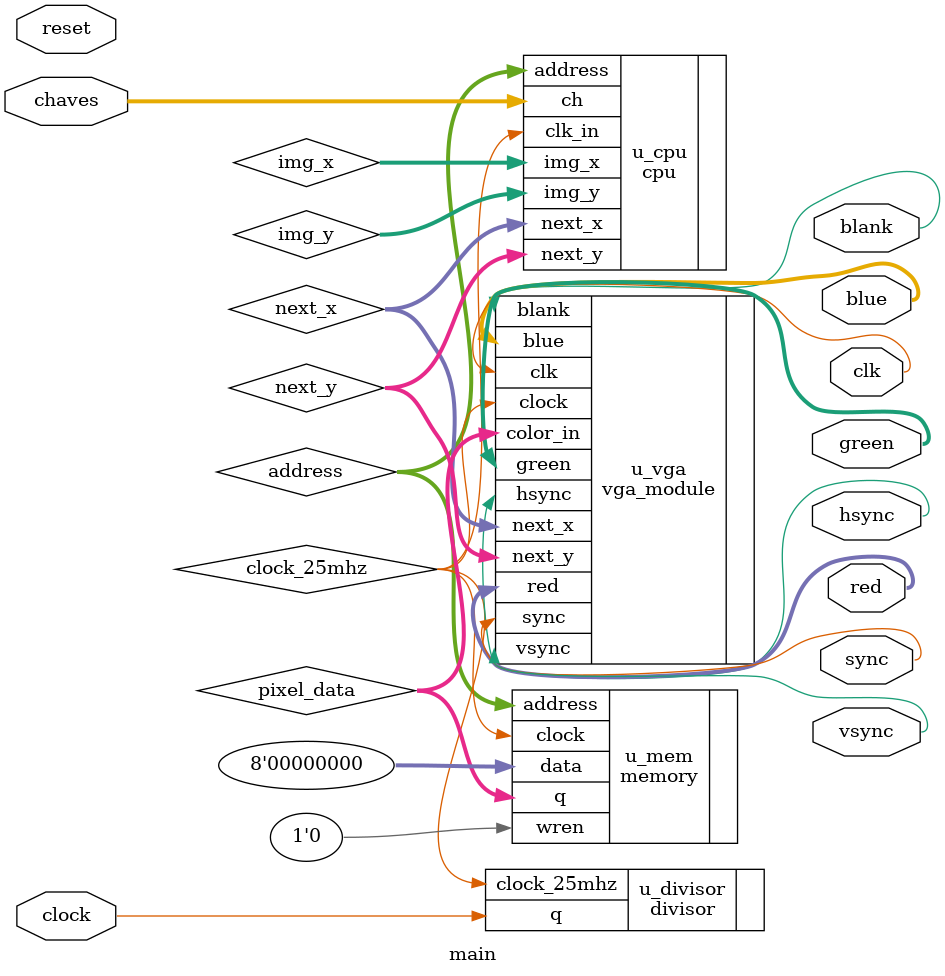
<source format=v>
module main(
    input  wire       clock,      
    input  wire       reset,
    input  wire [2:0] chaves,   
    output wire       hsync,
    output wire       vsync,
    output wire [7:0] red,
    output wire [7:0] green,
    output wire [7:0] blue,
    output wire       sync,
    output wire       clk,
    output wire       blank
);

    // ==== Divisor de clock para gerar 25 MHz ====
    wire clock_25mhz;
    divisor u_divisor (
        .q(clock),
        .clock_25mhz(clock_25mhz)
    );

    // ==== Sinais VGA ====
    wire [9:0] next_x;
    wire [9:0] next_y;

    // ==== Interconexão CPU <-> Memória ====
    wire [16:0] address;
    wire [7:0]  pixel_data;
    wire [9:0]  img_x, img_y;

    // ==== CPU (com ULA integrada) ====
    cpu u_cpu (
        .clk_in(clock_25mhz),
        .next_x(next_x),
        .next_y(next_y),
        .ch(chaves),
        .img_x(img_x),
        .img_y(img_y),
        .address(address)
    );

    // ==== Memória de imagem ====
    memory u_mem (
        .clock(clock_25mhz),
        .data(8'd0),
        .address(address),
        .wren(1'b0),
        .q(pixel_data)
    );

    // ==== Controlador VGA ====
    vga_module u_vga (
        .clock(clock_25mhz),
        .color_in(pixel_data), // envia pixel lido
        .next_x(next_x),
        .next_y(next_y),
        .hsync(hsync),
        .vsync(vsync),
        .red(red),
        .green(green),
        .blue(blue),
        .sync(sync),
        .clk(clk),
        .blank(blank)
    );

endmodule

</source>
